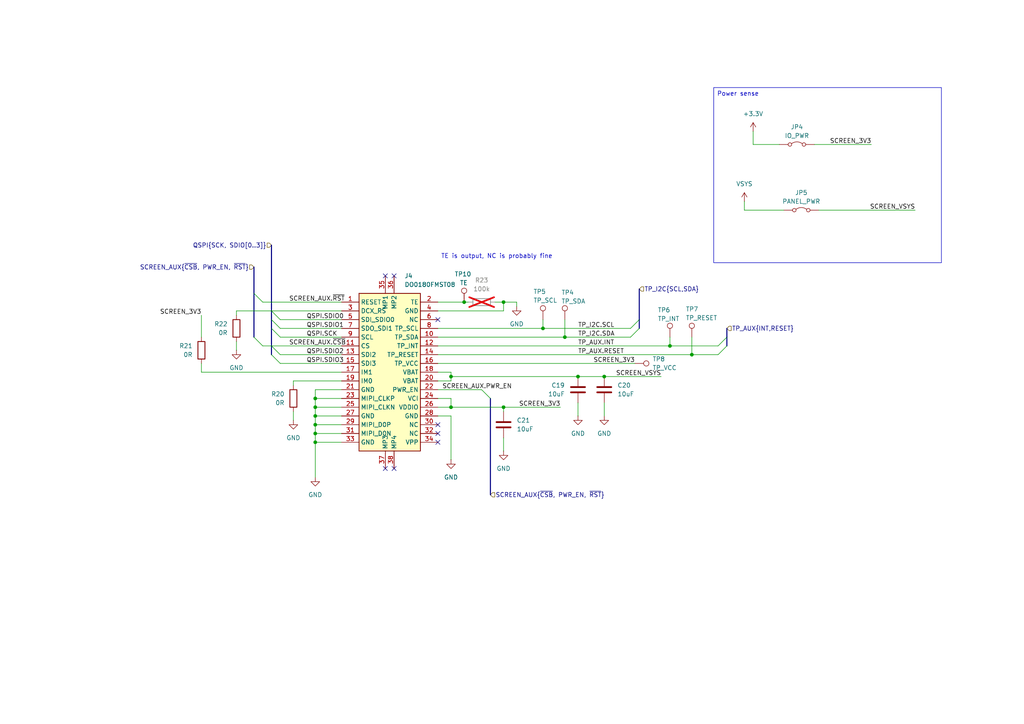
<source format=kicad_sch>
(kicad_sch (version 20250114) (generator "eeschema") (generator_version "9.0")
  (paper "A4")
  (lib_symbols
    (symbol "Connector:TestPoint" (pin_numbers (hide yes)) (pin_names (offset 0.762) (hide yes))
      (property "Reference" "TP" (at 0 6.858 0))
      (property "Value" "TestPoint" (at 0 5.08 0))
      (symbol "TestPoint_0_1"
        (circle (center 0 3.302) (radius 0.762))
      )
      (symbol "TestPoint_1_1"
        (pin passive line (at 0 0 90) (length 2.54) (name "1") (number "1"))
      )
    )
    (symbol "Device:C" (pin_numbers (hide yes)) (pin_names (offset 0.254))
      (property "Reference" "C" (at 0.635 2.54 0))
      (property "Value" "C" (at 0.635 -2.54 0))
      (symbol "C_0_1"
        (polyline (pts (xy -2.032 0.762) (xy 2.032 0.762)) (stroke (width 0.508)))
        (polyline (pts (xy -2.032 -0.762) (xy 2.032 -0.762)) (stroke (width 0.508)))
      )
      (symbol "C_1_1"
        (pin passive line (at 0 3.81 270) (length 2.794) (name "~") (number "1"))
        (pin passive line (at 0 -3.81 90) (length 2.794) (name "~") (number "2"))
      )
    )
    (symbol "Device:R" (pin_numbers (hide yes)) (pin_names (offset 0))
      (property "Reference" "R" (at 2.032 0 90))
      (property "Value" "R" (at 0 0 90))
      (symbol "R_0_1"
        (rectangle (start -1.016 -2.54) (end 1.016 2.54) (stroke (width 0.254)))
      )
      (symbol "R_1_1"
        (pin passive line (at 0 3.81 270) (length 1.27) (name "~") (number "1"))
        (pin passive line (at 0 -3.81 90) (length 1.27) (name "~") (number "2"))
      )
    )
    (symbol "Jumper:Jumper_2_Bridged" (pin_numbers (hide yes)) (pin_names (offset 0) (hide yes)) (exclude_from_sim yes)
      (property "Reference" "JP" (at 0 1.905 0))
      (property "Value" "Jumper_2_Bridged" (at 0 -2.54 0))
      (symbol "Jumper_2_Bridged_0_0"
        (circle (center -2.032 0) (radius 0.508))
        (circle (center 2.032 0) (radius 0.508))
      )
      (symbol "Jumper_2_Bridged_0_1"
        (arc (start -1.524 0.254) (mid 0 0.762) (end 1.524 0.254))
      )
      (symbol "Jumper_2_Bridged_1_1"
        (pin passive line (at -5.08 0 0) (length 2.54) (name "A") (number "1"))
        (pin passive line (at 5.08 0 180) (length 2.54) (name "B") (number "2"))
      )
    )
    (symbol "SamacSys_Parts:DO0180FMST03"
      (property "Reference" "J" (at 52.07 12.7 0))
      (property "Value" "DO0180FMST08" (at 52.07 10.16 0))
      (symbol "DO0180FMST03_1_1"
        (rectangle (start 5.08 7.62) (end 50.8 -10.16) (stroke (width 0.254)) (fill (type background)))
        (pin passive line (at 0 0 0) (length 5.08) (name "MP4") (number "38"))
        (pin passive line (at 0 -2.54 0) (length 5.08) (name "MP3") (number "37"))
        (pin passive line (at 7.62 12.7 270) (length 5.08) (name "VPP") (number "34"))
        (pin passive line (at 7.62 -15.24 90) (length 5.08) (name "GND") (number "33"))
        (pin passive line (at 10.16 12.7 270) (length 5.08) (name "NC") (number "32"))
        (pin passive line (at 10.16 -15.24 90) (length 5.08) (name "MIPI_D0N") (number "31"))
        (pin passive line (at 12.7 12.7 270) (length 5.08) (name "NC") (number "30"))
        (pin passive line (at 12.7 -15.24 90) (length 5.08) (name "MIPI_D0P") (number "29"))
        (pin passive line (at 15.24 12.7 270) (length 5.08) (name "GND") (number "28"))
        (pin passive line (at 15.24 -15.24 90) (length 5.08) (name "GND") (number "27"))
        (pin passive line (at 17.78 12.7 270) (length 5.08) (name "VDDIO") (number "26"))
        (pin passive line (at 17.78 -15.24 90) (length 5.08) (name "MIPI_CLKN") (number "25"))
        (pin passive line (at 20.32 12.7 270) (length 5.08) (name "VCI") (number "24"))
        (pin passive line (at 20.32 -15.24 90) (length 5.08) (name "MIPI_CLKP") (number "23"))
        (pin passive line (at 22.86 12.7 270) (length 5.08) (name "PWR_EN") (number "22"))
        (pin passive line (at 22.86 -15.24 90) (length 5.08) (name "GND") (number "21"))
        (pin passive line (at 25.4 12.7 270) (length 5.08) (name "VBAT") (number "20"))
        (pin passive line (at 25.4 -15.24 90) (length 5.08) (name "IM0") (number "19"))
        (pin passive line (at 27.94 12.7 270) (length 5.08) (name "VBAT") (number "18"))
        (pin passive line (at 27.94 -15.24 90) (length 5.08) (name "IM1") (number "17"))
        (pin passive line (at 30.48 12.7 270) (length 5.08) (name "TP_VCC") (number "16"))
        (pin passive line (at 30.48 -15.24 90) (length 5.08) (name "SDI3") (number "15"))
        (pin passive line (at 33.02 12.7 270) (length 5.08) (name "TP_RESET") (number "14"))
        (pin passive line (at 33.02 -15.24 90) (length 5.08) (name "SDI2") (number "13"))
        (pin passive line (at 35.56 12.7 270) (length 5.08) (name "TP_INT") (number "12"))
        (pin passive line (at 35.56 -15.24 90) (length 5.08) (name "CS") (number "11"))
        (pin passive line (at 38.1 12.7 270) (length 5.08) (name "TP_SDA") (number "10"))
        (pin passive line (at 38.1 -15.24 90) (length 5.08) (name "SCL") (number "9"))
        (pin passive line (at 40.64 12.7 270) (length 5.08) (name "TP_SCL") (number "8"))
        (pin passive line (at 40.64 -15.24 90) (length 5.08) (name "SDO_SDI1") (number "7"))
        (pin passive line (at 43.18 12.7 270) (length 5.08) (name "NC") (number "6"))
        (pin passive line (at 43.18 -15.24 90) (length 5.08) (name "SDI_SDIO0") (number "5"))
        (pin passive line (at 45.72 12.7 270) (length 5.08) (name "GND") (number "4"))
        (pin passive line (at 45.72 -15.24 90) (length 5.08) (name "DCX_RS") (number "3"))
        (pin passive line (at 48.26 12.7 270) (length 5.08) (name "TE") (number "2"))
        (pin passive line (at 48.26 -15.24 90) (length 5.08) (name "RESET") (number "1"))
        (pin passive line (at 55.88 0 180) (length 5.08) (name "MP2") (number "36"))
        (pin passive line (at 55.88 -2.54 180) (length 5.08) (name "MP1") (number "35"))
      )
    )
    (symbol "power:+3.3V" (power) (pin_numbers (hide yes)) (pin_names (offset 0) (hide yes))
      (property "Value" "+3.3V" (at 0 3.556 0))
      (symbol "+3.3V_0_1"
        (polyline (pts (xy -0.762 1.27) (xy 0 2.54)))
        (polyline (pts (xy 0 2.54) (xy 0.762 1.27)))
        (polyline (pts (xy 0 0) (xy 0 2.54)))
      )
      (symbol "+3.3V_1_1"
        (pin power_in line (at 0 0 90) (length 0) (name "~") (number "1"))
      )
    )
    (symbol "power:GND" (power) (pin_numbers (hide yes)) (pin_names (offset 0) (hide yes))
      (property "Value" "GND" (at 0 -3.81 0))
      (symbol "GND_0_1"
        (polyline (pts (xy 0 0) (xy 0 -1.27) (xy 1.27 -1.27) (xy 0 -2.54) (xy -1.27 -1.27) (xy 0 -1.27)))
      )
      (symbol "GND_1_1"
        (pin power_in line (at 0 0 270) (length 0) (name "~") (number "1"))
      )
    )
    (symbol "power:VBUS" (power) (pin_numbers (hide yes)) (pin_names (offset 0) (hide yes))
      (property "Value" "VBUS" (at 0 3.556 0))
      (symbol "VBUS_0_1"
        (polyline (pts (xy -0.762 1.27) (xy 0 2.54)))
        (polyline (pts (xy 0 2.54) (xy 0.762 1.27)))
        (polyline (pts (xy 0 0) (xy 0 2.54)))
      )
      (symbol "VBUS_1_1"
        (pin power_in line (at 0 0 90) (length 0) (name "~") (number "1"))
      )
    )
  )
  (text "TE is output, NC is probably fine" (at 160.274 74.422 0) (effects (font (size 1.27 1.27)) (justify right)))
  (text_box "Power sense" (at 207.01 25.4 0) (size 66.04 50.8) (margins 0.9525 0.9525 0.9525 0.9525) (effects (font (size 1.27 1.27)) (justify left top)))
  (junction (at 91.44 125.73))
  (junction (at 91.44 123.19))
  (junction (at 91.44 115.57))
  (junction (at 146.05 118.11))
  (junction (at 146.05 87.63))
  (junction (at 200.66 102.87))
  (junction (at 91.44 118.11))
  (junction (at 167.64 109.22))
  (junction (at 134.62 87.63))
  (junction (at 91.44 128.27))
  (junction (at 194.31 100.33))
  (junction (at 130.81 109.22))
  (junction (at 130.81 118.11))
  (junction (at 175.26 109.22))
  (junction (at 91.44 120.65))
  (junction (at 157.48 95.25))
  (junction (at 163.83 97.79))
  (no_connect (at 111.76 80.01))
  (no_connect (at 114.3 80.01))
  (no_connect (at 127 92.71))
  (no_connect (at 111.76 135.89))
  (no_connect (at 127 123.19))
  (no_connect (at 127 128.27))
  (no_connect (at 127 125.73))
  (no_connect (at 114.3 135.89))
  (bus_entry (at 182.88 97.79) (size 2.54 -2.54))
  (bus_entry (at 78.74 102.87) (size 2.54 2.54))
  (bus_entry (at 182.88 95.25) (size 2.54 -2.54))
  (bus_entry (at 139.7 113.03) (size 2.54 2.54))
  (bus_entry (at 78.74 90.17) (size 2.54 2.54))
  (bus_entry (at 208.28 102.87) (size 2.54 -2.54))
  (bus_entry (at 78.74 95.25) (size 2.54 2.54))
  (bus_entry (at 73.66 97.79) (size 2.54 2.54))
  (bus_entry (at 208.28 100.33) (size 2.54 -2.54))
  (bus_entry (at 73.66 85.09) (size 2.54 2.54))
  (bus_entry (at 78.74 100.33) (size 2.54 2.54))
  (bus_entry (at 78.74 92.71) (size 2.54 2.54))
  (wire (pts (xy 194.31 97.79) (xy 194.31 100.33)))
  (bus (pts (xy 73.66 85.09) (xy 73.66 97.79)))
  (wire (pts (xy 167.64 116.84) (xy 167.64 120.65)))
  (wire (pts (xy 143.51 87.63) (xy 146.05 87.63)))
  (wire (pts (xy 91.44 123.19) (xy 91.44 120.65)))
  (wire (pts (xy 130.81 107.95) (xy 130.81 109.22)))
  (wire (pts (xy 157.48 92.71) (xy 157.48 95.25)))
  (wire (pts (xy 91.44 128.27) (xy 99.06 128.27)))
  (wire (pts (xy 127 87.63) (xy 134.62 87.63)))
  (wire (pts (xy 85.09 119.38) (xy 85.09 121.92)))
  (wire (pts (xy 91.44 125.73) (xy 91.44 123.19)))
  (wire (pts (xy 99.06 110.49) (xy 85.09 110.49)))
  (wire (pts (xy 127 120.65) (xy 130.81 120.65)))
  (wire (pts (xy 218.44 38.1) (xy 218.44 41.91)))
  (wire (pts (xy 167.64 109.22) (xy 175.26 109.22)))
  (bus (pts (xy 78.74 90.17) (xy 78.74 92.71)))
  (wire (pts (xy 127 118.11) (xy 130.81 118.11)))
  (wire (pts (xy 78.74 100.33) (xy 99.06 100.33)))
  (wire (pts (xy 99.06 107.95) (xy 58.42 107.95)))
  (wire (pts (xy 91.44 115.57) (xy 99.06 115.57)))
  (wire (pts (xy 127 102.87) (xy 200.66 102.87)))
  (wire (pts (xy 91.44 123.19) (xy 99.06 123.19)))
  (wire (pts (xy 85.09 110.49) (xy 85.09 111.76)))
  (wire (pts (xy 76.2 87.63) (xy 99.06 87.63)))
  (wire (pts (xy 81.28 102.87) (xy 99.06 102.87)))
  (wire (pts (xy 200.66 102.87) (xy 208.28 102.87)))
  (bus (pts (xy 78.74 100.33) (xy 78.74 102.87)))
  (wire (pts (xy 58.42 105.41) (xy 58.42 107.95)))
  (wire (pts (xy 130.81 120.65) (xy 130.81 133.35)))
  (wire (pts (xy 163.83 92.71) (xy 163.83 97.79)))
  (wire (pts (xy 146.05 90.17) (xy 146.05 87.63)))
  (wire (pts (xy 91.44 125.73) (xy 99.06 125.73)))
  (wire (pts (xy 200.66 97.79) (xy 200.66 102.87)))
  (wire (pts (xy 194.31 100.33) (xy 208.28 100.33)))
  (bus (pts (xy 78.74 95.25) (xy 78.74 100.33)))
  (wire (pts (xy 68.58 91.44) (xy 68.58 90.17)))
  (bus (pts (xy 73.66 77.47) (xy 73.66 85.09)))
  (wire (pts (xy 127 113.03) (xy 139.7 113.03)))
  (wire (pts (xy 175.26 116.84) (xy 175.26 120.65)))
  (bus (pts (xy 210.82 95.25) (xy 210.82 97.79)))
  (wire (pts (xy 146.05 118.11) (xy 146.05 119.38)))
  (wire (pts (xy 215.9 58.42) (xy 215.9 60.96)))
  (wire (pts (xy 91.44 128.27) (xy 91.44 125.73)))
  (wire (pts (xy 58.42 91.44) (xy 58.42 97.79)))
  (wire (pts (xy 157.48 95.25) (xy 182.88 95.25)))
  (wire (pts (xy 68.58 99.06) (xy 68.58 101.6)))
  (wire (pts (xy 76.2 100.33) (xy 78.74 100.33)))
  (wire (pts (xy 149.86 87.63) (xy 149.86 88.9)))
  (wire (pts (xy 215.9 60.96) (xy 227.33 60.96)))
  (bus (pts (xy 142.24 115.57) (xy 142.24 143.51)))
  (wire (pts (xy 91.44 113.03) (xy 99.06 113.03)))
  (wire (pts (xy 127 107.95) (xy 130.81 107.95)))
  (wire (pts (xy 91.44 138.43) (xy 91.44 128.27)))
  (wire (pts (xy 91.44 118.11) (xy 99.06 118.11)))
  (wire (pts (xy 78.74 90.17) (xy 99.06 90.17)))
  (bus (pts (xy 185.42 83.82) (xy 185.42 92.71)))
  (wire (pts (xy 81.28 92.71) (xy 99.06 92.71)))
  (wire (pts (xy 175.26 109.22) (xy 191.77 109.22)))
  (wire (pts (xy 81.28 105.41) (xy 99.06 105.41)))
  (wire (pts (xy 91.44 115.57) (xy 91.44 113.03)))
  (bus (pts (xy 185.42 92.71) (xy 185.42 95.25)))
  (wire (pts (xy 237.49 60.96) (xy 265.43 60.96)))
  (wire (pts (xy 127 90.17) (xy 146.05 90.17)))
  (wire (pts (xy 127 110.49) (xy 130.81 110.49)))
  (wire (pts (xy 81.28 95.25) (xy 99.06 95.25)))
  (wire (pts (xy 218.44 41.91) (xy 226.06 41.91)))
  (wire (pts (xy 91.44 120.65) (xy 99.06 120.65)))
  (wire (pts (xy 91.44 118.11) (xy 91.44 115.57)))
  (wire (pts (xy 130.81 109.22) (xy 130.81 110.49)))
  (wire (pts (xy 127 97.79) (xy 163.83 97.79)))
  (wire (pts (xy 81.28 97.79) (xy 99.06 97.79)))
  (wire (pts (xy 127 105.41) (xy 184.15 105.41)))
  (bus (pts (xy 78.74 92.71) (xy 78.74 95.25)))
  (wire (pts (xy 134.62 87.63) (xy 135.89 87.63)))
  (wire (pts (xy 130.81 118.11) (xy 146.05 118.11)))
  (wire (pts (xy 162.56 118.11) (xy 146.05 118.11)))
  (bus (pts (xy 78.74 71.12) (xy 78.74 90.17)))
  (wire (pts (xy 130.81 109.22) (xy 167.64 109.22)))
  (wire (pts (xy 68.58 90.17) (xy 78.74 90.17)))
  (wire (pts (xy 127 100.33) (xy 194.31 100.33)))
  (wire (pts (xy 127 115.57) (xy 130.81 115.57)))
  (wire (pts (xy 127 95.25) (xy 157.48 95.25)))
  (wire (pts (xy 91.44 120.65) (xy 91.44 118.11)))
  (wire (pts (xy 163.83 97.79) (xy 182.88 97.79)))
  (wire (pts (xy 146.05 87.63) (xy 149.86 87.63)))
  (bus (pts (xy 210.82 97.79) (xy 210.82 100.33)))
  (wire (pts (xy 130.81 115.57) (xy 130.81 118.11)))
  (wire (pts (xy 236.22 41.91) (xy 252.73 41.91)))
  (wire (pts (xy 146.05 127) (xy 146.05 130.81)))
  (label "SCREEN_3V3" (at 184.15 105.41 180))
  (label "TP_AUX.RESET" (at 167.64 102.87 0))
  (label "SCREEN_VSYS" (at 265.43 60.96 180))
  (label "TP_AUX.INT" (at 167.64 100.33 0))
  (label "QSPI.SDIO1" (at 88.9 95.25 0))
  (label "SCREEN_3V3" (at 58.42 91.44 180))
  (label "SCREEN_AUX.~{RST}" (at 83.82 87.63 0))
  (label "TP_I2C.SCL" (at 167.64 95.25 0))
  (label "QSPI.SDIO2" (at 88.9 102.87 0))
  (label "SCREEN_3V3" (at 162.56 118.11 180))
  (label "QSPI.SDIO3" (at 88.9 105.41 0))
  (label "QSPI.SCK" (at 88.9 97.79 0))
  (label "SCREEN_AUX.PWR_EN" (at 128.27 113.03 0))
  (label "SCREEN_AUX.~{CSB}" (at 83.82 100.33 0))
  (label "SCREEN_3V3" (at 252.73 41.91 180))
  (label "SCREEN_VSYS" (at 191.77 109.22 180))
  (label "TP_I2C.SDA" (at 167.64 97.79 0))
  (label "QSPI.SDIO0" (at 88.9 92.71 0))
  (hierarchical_label "SCREEN_AUX{~{CSB}, PWR_EN, ~{RST}}" (shape input) (at 142.24 143.51 0))
  (hierarchical_label "TP_AUX{INT,RESET}" (shape input) (at 210.82 95.25 0))
  (hierarchical_label "TP_I2C{SCL,SDA}" (shape input) (at 185.42 83.82 0))
  (hierarchical_label "SCREEN_AUX{~{CSB}, PWR_EN, ~{RST}}" (shape input) (at 73.66 77.47 180))
  (hierarchical_label "QSPI{SCK, SDIO[0..3]}" (shape input) (at 78.74 71.12 180))
  (symbol (lib_id "power:GND") (at 175.26 120.65 0) (unit 1)
    (property "Reference" "#PWR055" (effects (hide yes)))
    (property "Value" "GND" (at 175.26 125.73 0))
    (property "Description" "Power symbol creates a global label with name \"GND\" , ground" (effects (hide yes)))
  )
  (symbol (lib_id "power:+3.3V") (at 218.44 38.1 0) (unit 1)
    (property "Reference" "#PWR049" (effects (hide yes)))
    (property "Value" "+3.3V" (at 218.44 33.02 0))
    (property "Description" "Power symbol creates a global label with name \"+3.3V\"" (effects (hide yes)))
  )
  (symbol (lib_id "power:VBUS") (at 215.9 58.42 0) (unit 1)
    (property "Reference" "#PWR056" (effects (hide yes)))
    (property "Value" "VSYS" (at 215.9 53.34 0))
    (property "Description" "Power symbol creates a global label with name \"VBUS\"" (effects (hide yes)))
  )
  (symbol (lib_id "Device:C") (at 167.64 113.03 0) (mirror x) (unit 1)
    (property "Reference" "C19" (at 163.83 111.7599 0) (effects (justify right)))
    (property "Value" "10uF" (at 163.83 114.2999 0) (effects (justify right)))
    (property "Footprint" "Capacitor_SMD:C_0603_1608Metric" (effects (hide yes)))
    (property "Description" "Unpolarized capacitor" (effects (hide yes)))
  )
  (symbol (lib_id "Connector:TestPoint") (at 163.83 92.71 0) (unit 1)
    (property "Reference" "TP4" (at 162.814 84.836 0) (effects (justify left)))
    (property "Value" "TP_SDA" (at 162.814 87.376 0) (effects (justify left)))
    (property "Footprint" "TestPoint:TestPoint_Pad_1.0x1.0mm" (effects (hide yes)))
    (property "Description" "test point" (effects (hide yes)))
  )
  (symbol (lib_id "power:GND") (at 91.44 138.43 0) (unit 1)
    (property "Reference" "#PWR047" (effects (hide yes)))
    (property "Value" "GND" (at 91.44 143.51 0))
    (property "Description" "Power symbol creates a global label with name \"GND\" , ground" (effects (hide yes)))
  )
  (symbol (lib_id "power:GND") (at 146.05 130.81 0) (unit 1)
    (property "Reference" "#PWR053" (effects (hide yes)))
    (property "Value" "GND" (at 146.05 135.89 0))
    (property "Description" "Power symbol creates a global label with name \"GND\" , ground" (effects (hide yes)))
  )
  (symbol (lib_id "power:GND") (at 130.81 133.35 0) (unit 1)
    (property "Reference" "#PWR050" (effects (hide yes)))
    (property "Value" "GND" (at 130.81 138.43 0))
    (property "Description" "Power symbol creates a global label with name \"GND\" , ground" (effects (hide yes)))
  )
  (symbol (lib_id "Connector:TestPoint") (at 194.31 97.79 0) (unit 1)
    (property "Reference" "TP6" (at 190.754 89.916 0) (effects (justify left)))
    (property "Value" "TP_INT" (at 190.754 92.456 0) (effects (justify left)))
    (property "Footprint" "TestPoint:TestPoint_Pad_1.0x1.0mm" (effects (hide yes)))
    (property "Description" "test point" (effects (hide yes)))
  )
  (symbol (lib_id "power:GND") (at 68.58 101.6 0) (unit 1)
    (property "Reference" "#PWR051" (effects (hide yes)))
    (property "Value" "GND" (at 68.58 106.68 0))
    (property "Description" "Power symbol creates a global label with name \"GND\" , ground" (effects (hide yes)))
  )
  (symbol (lib_id "Device:C") (at 146.05 123.19 0) (mirror y) (unit 1)
    (property "Reference" "C21" (at 149.86 121.9199 0) (effects (justify right)))
    (property "Value" "10uF" (at 149.86 124.4599 0) (effects (justify right)))
    (property "Footprint" "Capacitor_SMD:C_0603_1608Metric" (effects (hide yes)))
    (property "Description" "Unpolarized capacitor" (effects (hide yes)))
  )
  (symbol (lib_id "Jumper:Jumper_2_Bridged") (at 231.14 41.91 0) (unit 1) (exclude_from_sim yes)
    (property "Reference" "JP4" (at 231.14 36.83 0))
    (property "Value" "IO_PWR" (at 231.14 39.37 0))
    (property "Footprint" "CustomFootprints:BridgedJumper_P2.54mm" (effects (hide yes)))
    (property "Description" "Jumper, 2-pole, closed/bridged" (effects (hide yes)))
  )
  (symbol (lib_id "Device:R") (at 58.42 101.6 0) (mirror x) (unit 1)
    (property "Reference" "R21" (at 55.88 100.3299 0) (effects (justify right)))
    (property "Value" "0R" (at 55.88 102.8699 0) (effects (justify right)))
    (property "Footprint" "Resistor_SMD:R_0603_1608Metric" (effects (hide yes)))
    (property "Description" "Resistor" (effects (hide yes)))
  )
  (symbol (lib_id "Connector:TestPoint") (at 157.48 92.71 0) (unit 1)
    (property "Reference" "TP5" (at 154.686 84.582 0) (effects (justify left)))
    (property "Value" "TP_SCL" (at 154.686 87.122 0) (effects (justify left)))
    (property "Footprint" "TestPoint:TestPoint_Pad_1.0x1.0mm" (effects (hide yes)))
    (property "Description" "test point" (effects (hide yes)))
  )
  (symbol (lib_id "Device:C") (at 175.26 113.03 0) (mirror y) (unit 1)
    (property "Reference" "C20" (at 179.07 111.7599 0) (effects (justify right)))
    (property "Value" "10uF" (at 179.07 114.2999 0) (effects (justify right)))
    (property "Footprint" "Capacitor_SMD:C_0603_1608Metric" (effects (hide yes)))
    (property "Description" "Unpolarized capacitor" (effects (hide yes)))
  )
  (symbol (lib_id "power:GND") (at 85.09 121.92 0) (unit 1)
    (property "Reference" "#PWR048" (effects (hide yes)))
    (property "Value" "GND" (at 85.09 127 0))
    (property "Description" "Power symbol creates a global label with name \"GND\" , ground" (effects (hide yes)))
  )
  (symbol (lib_id "Device:R") (at 139.7 87.63 90) (unit 1) (dnp yes)
    (property "Reference" "R23" (at 139.7 81.28 90))
    (property "Value" "100k" (at 139.7 83.82 90))
    (property "Footprint" "Resistor_SMD:R_0603_1608Metric" (effects (hide yes)))
    (property "Description" "Resistor" (effects (hide yes)))
  )
  (symbol (lib_id "Device:R") (at 85.09 115.57 0) (mirror x) (unit 1)
    (property "Reference" "R20" (at 82.55 114.2999 0) (effects (justify right)))
    (property "Value" "0R" (at 82.55 116.8399 0) (effects (justify right)))
    (property "Footprint" "Resistor_SMD:R_0603_1608Metric" (effects (hide yes)))
    (property "Description" "Resistor" (effects (hide yes)))
  )
  (symbol (lib_id "power:GND") (at 167.64 120.65 0) (unit 1)
    (property "Reference" "#PWR054" (effects (hide yes)))
    (property "Value" "GND" (at 167.64 125.73 0))
    (property "Description" "Power symbol creates a global label with name \"GND\" , ground" (effects (hide yes)))
  )
  (symbol (lib_id "SamacSys_Parts:DO0180FMST03") (at 114.3 135.89 270) (mirror x) (unit 1)
    (property "Reference" "J4" (at 117.3165 80.01 90) (effects (justify left)))
    (property "Value" "DO0180FMST08" (at 117.3165 82.55 90) (effects (justify left)))
    (property "Footprint" "SamacSys_Parts:AXE534127" (effects (hide yes)))
    (property "Datasheet" "https://mediap.industry.panasonic.eu/assets/imported/industrial.panasonic.com/ac/cdn/e/control/connector/base-fpc/catalog/con_eng_a4s.pdf" (effects (hide yes)))
    (property "Description" "Panasonic A4S Series Surface Mount PCB Socket, 34-Contact, 2-Row, 0.4mm Pitch, Solder Termination" (effects (hide yes)))
    (property "Height" "0.97" (effects (hide yes)))
    (property "Mouser Part Number" "679-AXE534127" (effects (hide yes)))
    (property "Mouser Price/Stock" "https://www.mouser.co.uk/ProductDetail/Panasonic-Industrial-Devices/AXE534127?qs=HSwFsqQPTVMM2kfMwZjTLA%3D%3D" (effects (hide yes)))
    (property "Manufacturer_Name" "Panasonic" (effects (hide yes)))
    (property "Manufacturer_Part_Number" "AXE534127" (effects (hide yes)))
  )
  (symbol (lib_id "Connector:TestPoint") (at 134.62 87.63 0) (unit 1)
    (property "Reference" "TP10" (at 131.826 79.502 0) (effects (justify left)))
    (property "Value" "TE" (at 133.35 82.042 0) (effects (justify left)))
    (property "Footprint" "TestPoint:TestPoint_Pad_1.0x1.0mm" (effects (hide yes)))
    (property "Description" "test point" (effects (hide yes)))
  )
  (symbol (lib_id "Device:R") (at 68.58 95.25 0) (mirror x) (unit 1)
    (property "Reference" "R22" (at 66.04 93.9799 0) (effects (justify right)))
    (property "Value" "0R" (at 66.04 96.5199 0) (effects (justify right)))
    (property "Footprint" "Resistor_SMD:R_0603_1608Metric" (effects (hide yes)))
    (property "Description" "Resistor" (effects (hide yes)))
  )
  (symbol (lib_id "power:GND") (at 149.86 88.9 0) (unit 1)
    (property "Reference" "#PWR052" (effects (hide yes)))
    (property "Value" "GND" (at 149.86 93.98 0))
    (property "Description" "Power symbol creates a global label with name \"GND\" , ground" (effects (hide yes)))
  )
  (symbol (lib_id "Jumper:Jumper_2_Bridged") (at 232.41 60.96 0) (unit 1) (exclude_from_sim yes)
    (property "Reference" "JP5" (at 232.41 55.88 0))
    (property "Value" "PANEL_PWR" (at 232.41 58.42 0))
    (property "Footprint" "CustomFootprints:BridgedJumper_P2.54mm" (effects (hide yes)))
    (property "Description" "Jumper, 2-pole, closed/bridged" (effects (hide yes)))
  )
  (symbol (lib_id "Connector:TestPoint") (at 200.66 97.79 0) (unit 1)
    (property "Reference" "TP7" (at 198.882 89.662 0) (effects (justify left)))
    (property "Value" "TP_RESET" (at 198.882 92.202 0) (effects (justify left)))
    (property "Footprint" "TestPoint:TestPoint_Pad_1.0x1.0mm" (effects (hide yes)))
    (property "Description" "test point" (effects (hide yes)))
  )
  (symbol (lib_id "Connector:TestPoint") (at 184.15 105.41 270) (unit 1)
    (property "Reference" "TP8" (at 189.23 104.1399 90) (effects (justify left)))
    (property "Value" "TP_VCC" (at 189.23 106.6799 90) (effects (justify left)))
    (property "Footprint" "TestPoint:TestPoint_Pad_1.0x1.0mm" (effects (hide yes)))
    (property "Description" "test point" (effects (hide yes)))
  )
)
</source>
